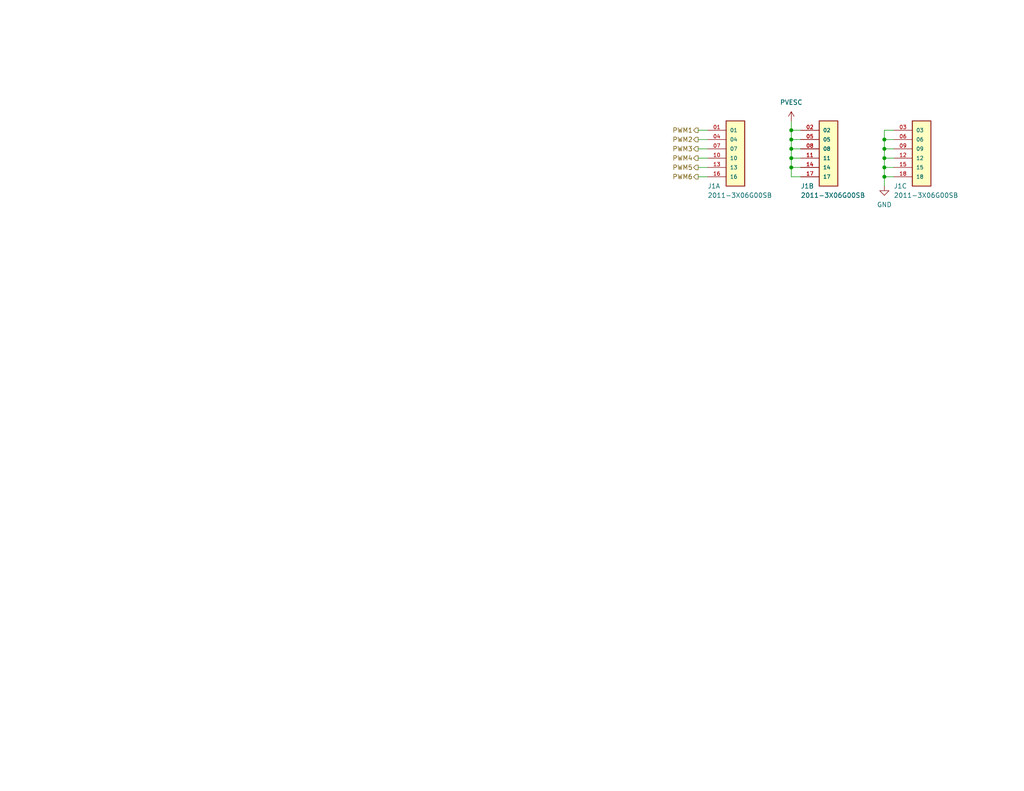
<source format=kicad_sch>
(kicad_sch
	(version 20231120)
	(generator "eeschema")
	(generator_version "8.0")
	(uuid "e7345dbf-4ce3-4214-8bdd-f67965452a87")
	(paper "USLetter")
	(title_block
		(title "ESP32 RC Controller")
		(date "2024-08-28")
		(rev "0")
		(company "Wireless and Control Systems LLC")
		(comment 1 "Dan Tatum")
	)
	(lib_symbols
		(symbol "power:+3.3V"
			(power)
			(pin_numbers hide)
			(pin_names
				(offset 0) hide)
			(exclude_from_sim no)
			(in_bom yes)
			(on_board yes)
			(property "Reference" "#PWR"
				(at 0 -3.81 0)
				(effects
					(font
						(size 1.27 1.27)
					)
					(hide yes)
				)
			)
			(property "Value" "+3.3V"
				(at 0 3.556 0)
				(effects
					(font
						(size 1.27 1.27)
					)
				)
			)
			(property "Footprint" ""
				(at 0 0 0)
				(effects
					(font
						(size 1.27 1.27)
					)
					(hide yes)
				)
			)
			(property "Datasheet" ""
				(at 0 0 0)
				(effects
					(font
						(size 1.27 1.27)
					)
					(hide yes)
				)
			)
			(property "Description" "Power symbol creates a global label with name \"+3.3V\""
				(at 0 0 0)
				(effects
					(font
						(size 1.27 1.27)
					)
					(hide yes)
				)
			)
			(property "ki_keywords" "global power"
				(at 0 0 0)
				(effects
					(font
						(size 1.27 1.27)
					)
					(hide yes)
				)
			)
			(symbol "+3.3V_0_1"
				(polyline
					(pts
						(xy -0.762 1.27) (xy 0 2.54)
					)
					(stroke
						(width 0)
						(type default)
					)
					(fill
						(type none)
					)
				)
				(polyline
					(pts
						(xy 0 0) (xy 0 2.54)
					)
					(stroke
						(width 0)
						(type default)
					)
					(fill
						(type none)
					)
				)
				(polyline
					(pts
						(xy 0 2.54) (xy 0.762 1.27)
					)
					(stroke
						(width 0)
						(type default)
					)
					(fill
						(type none)
					)
				)
			)
			(symbol "+3.3V_1_1"
				(pin power_in line
					(at 0 0 90)
					(length 0)
					(name "~"
						(effects
							(font
								(size 1.27 1.27)
							)
						)
					)
					(number "1"
						(effects
							(font
								(size 1.27 1.27)
							)
						)
					)
				)
			)
		)
		(symbol "power:GND"
			(power)
			(pin_numbers hide)
			(pin_names
				(offset 0) hide)
			(exclude_from_sim no)
			(in_bom yes)
			(on_board yes)
			(property "Reference" "#PWR"
				(at 0 -6.35 0)
				(effects
					(font
						(size 1.27 1.27)
					)
					(hide yes)
				)
			)
			(property "Value" "GND"
				(at 0 -3.81 0)
				(effects
					(font
						(size 1.27 1.27)
					)
				)
			)
			(property "Footprint" ""
				(at 0 0 0)
				(effects
					(font
						(size 1.27 1.27)
					)
					(hide yes)
				)
			)
			(property "Datasheet" ""
				(at 0 0 0)
				(effects
					(font
						(size 1.27 1.27)
					)
					(hide yes)
				)
			)
			(property "Description" "Power symbol creates a global label with name \"GND\" , ground"
				(at 0 0 0)
				(effects
					(font
						(size 1.27 1.27)
					)
					(hide yes)
				)
			)
			(property "ki_keywords" "global power"
				(at 0 0 0)
				(effects
					(font
						(size 1.27 1.27)
					)
					(hide yes)
				)
			)
			(symbol "GND_0_1"
				(polyline
					(pts
						(xy 0 0) (xy 0 -1.27) (xy 1.27 -1.27) (xy 0 -2.54) (xy -1.27 -1.27) (xy 0 -1.27)
					)
					(stroke
						(width 0)
						(type default)
					)
					(fill
						(type none)
					)
				)
			)
			(symbol "GND_1_1"
				(pin power_in line
					(at 0 0 270)
					(length 0)
					(name "~"
						(effects
							(font
								(size 1.27 1.27)
							)
						)
					)
					(number "1"
						(effects
							(font
								(size 1.27 1.27)
							)
						)
					)
				)
			)
		)
		(symbol "proj_library:2011-3X06G00SB"
			(pin_names
				(offset 1.016)
			)
			(exclude_from_sim no)
			(in_bom yes)
			(on_board yes)
			(property "Reference" "J"
				(at -5.334 12.7 0)
				(effects
					(font
						(size 1.27 1.27)
					)
					(justify left)
				)
			)
			(property "Value" "2011-3X06G00SB"
				(at -5.334 10.16 0)
				(effects
					(font
						(size 1.27 1.27)
					)
					(justify left)
				)
			)
			(property "Footprint" "proj_library:2011-3X06G00SB"
				(at 0 -3.81 0)
				(effects
					(font
						(size 1.27 1.27)
					)
					(hide yes)
				)
			)
			(property "Datasheet" ""
				(at -8.89 -1.27 0)
				(effects
					(font
						(size 1.27 1.27)
					)
					(hide yes)
				)
			)
			(property "Description" "PIN HEADER, TRIPLE ROW, 18 PIN, 0.100\" (2.54mm), THROUGH HOLE"
				(at 0 0 0)
				(effects
					(font
						(size 1.27 1.27)
					)
					(hide yes)
				)
			)
			(property "Manufacturer" "Oupiin"
				(at 0 3.81 0)
				(effects
					(font
						(size 1.27 1.27)
					)
					(hide yes)
				)
			)
			(property "ki_keywords" "PIN HEADER, TRIPLE ROW, 18 PIN, 0.100\" (2.54mm), THROUGH HOLE"
				(at 0 0 0)
				(effects
					(font
						(size 1.27 1.27)
					)
					(hide yes)
				)
			)
			(symbol "2011-3X06G00SB_1_0"
				(rectangle
					(start 0 8.89)
					(end 5.08 -8.89)
					(stroke
						(width 0.254)
						(type default)
					)
					(fill
						(type background)
					)
				)
				(pin passive line
					(at -5.08 6.35 0)
					(length 5.08)
					(name "01"
						(effects
							(font
								(size 1.016 1.016)
							)
						)
					)
					(number "01"
						(effects
							(font
								(size 1.016 1.016)
							)
						)
					)
				)
				(pin passive line
					(at -5.08 3.81 0)
					(length 5.08)
					(name "04"
						(effects
							(font
								(size 1.016 1.016)
							)
						)
					)
					(number "04"
						(effects
							(font
								(size 1.016 1.016)
							)
						)
					)
				)
				(pin passive line
					(at -5.08 1.27 0)
					(length 5.08)
					(name "07"
						(effects
							(font
								(size 1.016 1.016)
							)
						)
					)
					(number "07"
						(effects
							(font
								(size 1.016 1.016)
							)
						)
					)
				)
				(pin passive line
					(at -5.08 -1.27 0)
					(length 5.08)
					(name "10"
						(effects
							(font
								(size 1.016 1.016)
							)
						)
					)
					(number "10"
						(effects
							(font
								(size 1.016 1.016)
							)
						)
					)
				)
				(pin passive line
					(at -5.08 -3.81 0)
					(length 5.08)
					(name "13"
						(effects
							(font
								(size 1.016 1.016)
							)
						)
					)
					(number "13"
						(effects
							(font
								(size 1.016 1.016)
							)
						)
					)
				)
				(pin passive line
					(at -5.08 -6.35 0)
					(length 5.08)
					(name "16"
						(effects
							(font
								(size 1.016 1.016)
							)
						)
					)
					(number "16"
						(effects
							(font
								(size 1.016 1.016)
							)
						)
					)
				)
			)
			(symbol "2011-3X06G00SB_2_0"
				(rectangle
					(start 0 8.89)
					(end 5.08 -8.89)
					(stroke
						(width 0.254)
						(type default)
					)
					(fill
						(type background)
					)
				)
				(pin passive line
					(at -5.08 6.35 0)
					(length 5.08)
					(name "02"
						(effects
							(font
								(size 1.016 1.016)
							)
						)
					)
					(number "02"
						(effects
							(font
								(size 1.016 1.016)
							)
						)
					)
				)
				(pin passive line
					(at -5.08 3.81 0)
					(length 5.08)
					(name "05"
						(effects
							(font
								(size 1.016 1.016)
							)
						)
					)
					(number "05"
						(effects
							(font
								(size 1.016 1.016)
							)
						)
					)
				)
				(pin passive line
					(at -5.08 1.27 0)
					(length 5.08)
					(name "08"
						(effects
							(font
								(size 1.016 1.016)
							)
						)
					)
					(number "08"
						(effects
							(font
								(size 1.016 1.016)
							)
						)
					)
				)
				(pin passive line
					(at -5.08 -1.27 0)
					(length 5.08)
					(name "11"
						(effects
							(font
								(size 1.016 1.016)
							)
						)
					)
					(number "11"
						(effects
							(font
								(size 1.016 1.016)
							)
						)
					)
				)
				(pin passive line
					(at -5.08 -3.81 0)
					(length 5.08)
					(name "14"
						(effects
							(font
								(size 1.016 1.016)
							)
						)
					)
					(number "14"
						(effects
							(font
								(size 1.016 1.016)
							)
						)
					)
				)
				(pin passive line
					(at -5.08 -6.35 0)
					(length 5.08)
					(name "17"
						(effects
							(font
								(size 1.016 1.016)
							)
						)
					)
					(number "17"
						(effects
							(font
								(size 1.016 1.016)
							)
						)
					)
				)
			)
			(symbol "2011-3X06G00SB_3_0"
				(rectangle
					(start 0 8.89)
					(end 5.08 -8.89)
					(stroke
						(width 0.254)
						(type default)
					)
					(fill
						(type background)
					)
				)
				(pin passive line
					(at -5.08 6.35 0)
					(length 5.08)
					(name "03"
						(effects
							(font
								(size 1.016 1.016)
							)
						)
					)
					(number "03"
						(effects
							(font
								(size 1.016 1.016)
							)
						)
					)
				)
				(pin passive line
					(at -5.08 3.81 0)
					(length 5.08)
					(name "06"
						(effects
							(font
								(size 1.016 1.016)
							)
						)
					)
					(number "06"
						(effects
							(font
								(size 1.016 1.016)
							)
						)
					)
				)
				(pin passive line
					(at -5.08 1.27 0)
					(length 5.08)
					(name "09"
						(effects
							(font
								(size 1.016 1.016)
							)
						)
					)
					(number "09"
						(effects
							(font
								(size 1.016 1.016)
							)
						)
					)
				)
				(pin passive line
					(at -5.08 -1.27 0)
					(length 5.08)
					(name "12"
						(effects
							(font
								(size 1.016 1.016)
							)
						)
					)
					(number "12"
						(effects
							(font
								(size 1.016 1.016)
							)
						)
					)
				)
				(pin passive line
					(at -5.08 -3.81 0)
					(length 5.08)
					(name "15"
						(effects
							(font
								(size 1.016 1.016)
							)
						)
					)
					(number "15"
						(effects
							(font
								(size 1.016 1.016)
							)
						)
					)
				)
				(pin passive line
					(at -5.08 -6.35 0)
					(length 5.08)
					(name "18"
						(effects
							(font
								(size 1.016 1.016)
							)
						)
					)
					(number "18"
						(effects
							(font
								(size 1.016 1.016)
							)
						)
					)
				)
			)
		)
	)
	(junction
		(at 241.3 48.26)
		(diameter 0)
		(color 0 0 0 0)
		(uuid "07cc98ce-588c-4bb5-ba97-521c79909dd6")
	)
	(junction
		(at 215.9 35.56)
		(diameter 0)
		(color 0 0 0 0)
		(uuid "2ec3bde2-a40b-437f-9e23-b953d97c1dda")
	)
	(junction
		(at 241.3 38.1)
		(diameter 0)
		(color 0 0 0 0)
		(uuid "41cecf41-18e4-40c0-8498-ab6c6ddf4059")
	)
	(junction
		(at 241.3 43.18)
		(diameter 0)
		(color 0 0 0 0)
		(uuid "4eface2e-82df-4664-8a35-8b491286a457")
	)
	(junction
		(at 215.9 43.18)
		(diameter 0)
		(color 0 0 0 0)
		(uuid "61ae88aa-b990-4f3d-8eef-0b3c3662ab57")
	)
	(junction
		(at 215.9 38.1)
		(diameter 0)
		(color 0 0 0 0)
		(uuid "74b27211-2393-4079-958b-ca8e5ad52286")
	)
	(junction
		(at 215.9 40.64)
		(diameter 0)
		(color 0 0 0 0)
		(uuid "c880a869-f07c-4225-9a5e-a06dcf84c521")
	)
	(junction
		(at 241.3 40.64)
		(diameter 0)
		(color 0 0 0 0)
		(uuid "ce4a46aa-4bd7-428b-9703-c2cbd7f80cd4")
	)
	(junction
		(at 241.3 45.72)
		(diameter 0)
		(color 0 0 0 0)
		(uuid "d8508c2d-b79b-4246-b386-53b7376bc0b3")
	)
	(junction
		(at 215.9 45.72)
		(diameter 0)
		(color 0 0 0 0)
		(uuid "f40cf502-e1a2-474e-9cc4-32825c248bc1")
	)
	(wire
		(pts
			(xy 190.5 35.56) (xy 193.04 35.56)
		)
		(stroke
			(width 0)
			(type default)
		)
		(uuid "0123afa1-ba26-4590-870b-c04f02846193")
	)
	(wire
		(pts
			(xy 215.9 35.56) (xy 218.44 35.56)
		)
		(stroke
			(width 0)
			(type default)
		)
		(uuid "08fd0b20-8a48-4691-add4-9a970e73ecd7")
	)
	(wire
		(pts
			(xy 215.9 43.18) (xy 215.9 45.72)
		)
		(stroke
			(width 0)
			(type default)
		)
		(uuid "0ce206f4-eeab-42da-aa19-fb9edb56e108")
	)
	(wire
		(pts
			(xy 215.9 38.1) (xy 218.44 38.1)
		)
		(stroke
			(width 0)
			(type default)
		)
		(uuid "0edaed21-7d7f-4a75-bf2d-3855c9a6e4bd")
	)
	(wire
		(pts
			(xy 215.9 40.64) (xy 215.9 43.18)
		)
		(stroke
			(width 0)
			(type default)
		)
		(uuid "1394fe12-3896-4f45-8a80-ba1c69fb0c11")
	)
	(wire
		(pts
			(xy 190.5 48.26) (xy 193.04 48.26)
		)
		(stroke
			(width 0)
			(type default)
		)
		(uuid "28e1678c-9575-42e8-8d08-44b8c8b8d33a")
	)
	(wire
		(pts
			(xy 215.9 40.64) (xy 218.44 40.64)
		)
		(stroke
			(width 0)
			(type default)
		)
		(uuid "32e788df-d980-42f2-bd9e-ca46b4cff123")
	)
	(wire
		(pts
			(xy 241.3 38.1) (xy 243.84 38.1)
		)
		(stroke
			(width 0)
			(type default)
		)
		(uuid "52df72de-1e38-4168-ae16-80058083d110")
	)
	(wire
		(pts
			(xy 190.5 45.72) (xy 193.04 45.72)
		)
		(stroke
			(width 0)
			(type default)
		)
		(uuid "574ba2b6-c154-4108-966f-13391f7a4840")
	)
	(wire
		(pts
			(xy 215.9 33.02) (xy 215.9 35.56)
		)
		(stroke
			(width 0)
			(type default)
		)
		(uuid "5b3f7f80-e75f-4040-b4f5-720b09fe07eb")
	)
	(wire
		(pts
			(xy 215.9 45.72) (xy 215.9 48.26)
		)
		(stroke
			(width 0)
			(type default)
		)
		(uuid "75992583-604b-4371-a36f-4f774f5c7eb4")
	)
	(wire
		(pts
			(xy 215.9 38.1) (xy 215.9 40.64)
		)
		(stroke
			(width 0)
			(type default)
		)
		(uuid "7b53662f-3803-48e4-bc68-a985876249c7")
	)
	(wire
		(pts
			(xy 190.5 43.18) (xy 193.04 43.18)
		)
		(stroke
			(width 0)
			(type default)
		)
		(uuid "80b1312d-6738-45f2-a3de-5849240c4c9a")
	)
	(wire
		(pts
			(xy 241.3 45.72) (xy 243.84 45.72)
		)
		(stroke
			(width 0)
			(type default)
		)
		(uuid "8c894ff3-cddc-4078-b314-22bb60269fdc")
	)
	(wire
		(pts
			(xy 241.3 48.26) (xy 243.84 48.26)
		)
		(stroke
			(width 0)
			(type default)
		)
		(uuid "8e46e97e-0808-4436-9dd3-c0bb78ec5088")
	)
	(wire
		(pts
			(xy 241.3 43.18) (xy 241.3 45.72)
		)
		(stroke
			(width 0)
			(type default)
		)
		(uuid "9665c8d7-e74d-42c8-98f5-b0764860a234")
	)
	(wire
		(pts
			(xy 241.3 35.56) (xy 243.84 35.56)
		)
		(stroke
			(width 0)
			(type default)
		)
		(uuid "a067639d-a32f-4450-9914-481c756f3b7c")
	)
	(wire
		(pts
			(xy 241.3 40.64) (xy 243.84 40.64)
		)
		(stroke
			(width 0)
			(type default)
		)
		(uuid "b36e60f2-61b4-4bd4-9b9e-6bfb23a17060")
	)
	(wire
		(pts
			(xy 190.5 40.64) (xy 193.04 40.64)
		)
		(stroke
			(width 0)
			(type default)
		)
		(uuid "c5c90e4d-25b8-4160-8a88-4b957fd0b3e7")
	)
	(wire
		(pts
			(xy 241.3 45.72) (xy 241.3 48.26)
		)
		(stroke
			(width 0)
			(type default)
		)
		(uuid "ceb3952e-c480-46fa-9f2d-7c14ae3e3c34")
	)
	(wire
		(pts
			(xy 215.9 45.72) (xy 218.44 45.72)
		)
		(stroke
			(width 0)
			(type default)
		)
		(uuid "d03cad9a-cc69-4d95-a9c0-1ba9b2928733")
	)
	(wire
		(pts
			(xy 190.5 38.1) (xy 193.04 38.1)
		)
		(stroke
			(width 0)
			(type default)
		)
		(uuid "d0dc0e1e-331b-4088-8973-e697c4cd7cf7")
	)
	(wire
		(pts
			(xy 241.3 43.18) (xy 243.84 43.18)
		)
		(stroke
			(width 0)
			(type default)
		)
		(uuid "d21e8439-6939-4281-9f62-fa5989ce2fab")
	)
	(wire
		(pts
			(xy 215.9 48.26) (xy 218.44 48.26)
		)
		(stroke
			(width 0)
			(type default)
		)
		(uuid "d432c21b-0d40-4c3d-a51c-96a056c158a4")
	)
	(wire
		(pts
			(xy 241.3 48.26) (xy 241.3 50.8)
		)
		(stroke
			(width 0)
			(type default)
		)
		(uuid "d8c8f4ee-e5d6-4f5d-926b-74105161448b")
	)
	(wire
		(pts
			(xy 215.9 35.56) (xy 215.9 38.1)
		)
		(stroke
			(width 0)
			(type default)
		)
		(uuid "def1cd17-707e-44f6-ab8d-1d7e909a1c95")
	)
	(wire
		(pts
			(xy 215.9 43.18) (xy 218.44 43.18)
		)
		(stroke
			(width 0)
			(type default)
		)
		(uuid "ea6ff400-c4b3-425f-a6b5-94764a3046cb")
	)
	(wire
		(pts
			(xy 241.3 35.56) (xy 241.3 38.1)
		)
		(stroke
			(width 0)
			(type default)
		)
		(uuid "ed12ea00-bae2-4edd-ad93-ce35b8589b8a")
	)
	(wire
		(pts
			(xy 241.3 40.64) (xy 241.3 43.18)
		)
		(stroke
			(width 0)
			(type default)
		)
		(uuid "f412e7cf-067b-4c1b-97fa-ae6cecab4f92")
	)
	(wire
		(pts
			(xy 241.3 38.1) (xy 241.3 40.64)
		)
		(stroke
			(width 0)
			(type default)
		)
		(uuid "f8e2394d-ac19-4919-bf8f-b3ee0ccc01b5")
	)
	(hierarchical_label "PWM5"
		(shape output)
		(at 190.5 45.72 180)
		(fields_autoplaced yes)
		(effects
			(font
				(size 1.27 1.27)
			)
			(justify right)
		)
		(uuid "002464ff-e430-42af-adc4-bf9c2242d317")
	)
	(hierarchical_label "PWM6"
		(shape output)
		(at 190.5 48.26 180)
		(fields_autoplaced yes)
		(effects
			(font
				(size 1.27 1.27)
			)
			(justify right)
		)
		(uuid "0e13c5eb-07db-494b-8b97-ffc14a0105ff")
	)
	(hierarchical_label "PWM4"
		(shape output)
		(at 190.5 43.18 180)
		(fields_autoplaced yes)
		(effects
			(font
				(size 1.27 1.27)
			)
			(justify right)
		)
		(uuid "51d820c3-3053-4754-978d-b9d49307214c")
	)
	(hierarchical_label "PWM2"
		(shape output)
		(at 190.5 38.1 180)
		(fields_autoplaced yes)
		(effects
			(font
				(size 1.27 1.27)
			)
			(justify right)
		)
		(uuid "790d3ba6-9c34-45a8-b5a6-df0236923780")
	)
	(hierarchical_label "PWM1"
		(shape output)
		(at 190.5 35.56 180)
		(fields_autoplaced yes)
		(effects
			(font
				(size 1.27 1.27)
			)
			(justify right)
		)
		(uuid "ad8a5649-b764-45d2-90e4-ea33ccbb8479")
	)
	(hierarchical_label "PWM3"
		(shape output)
		(at 190.5 40.64 180)
		(fields_autoplaced yes)
		(effects
			(font
				(size 1.27 1.27)
			)
			(justify right)
		)
		(uuid "f7981cd9-5efb-4dd0-8999-3cc86da221b9")
	)
	(symbol
		(lib_id "proj_library:2011-3X06G00SB")
		(at 248.92 41.91 0)
		(unit 3)
		(exclude_from_sim no)
		(in_bom yes)
		(on_board yes)
		(dnp no)
		(uuid "30e62797-ac4b-4e8b-90d6-53a63f12dc16")
		(property "Reference" "J1"
			(at 243.84 50.8 0)
			(effects
				(font
					(size 1.27 1.27)
				)
				(justify left)
			)
		)
		(property "Value" "2011-3X06G00SB"
			(at 243.84 53.34 0)
			(effects
				(font
					(size 1.27 1.27)
				)
				(justify left)
			)
		)
		(property "Footprint" "proj_library:2011-3X06G00SB"
			(at 248.92 45.72 0)
			(effects
				(font
					(size 1.27 1.27)
				)
				(hide yes)
			)
		)
		(property "Datasheet" ""
			(at 240.03 43.18 0)
			(effects
				(font
					(size 1.27 1.27)
				)
				(hide yes)
			)
		)
		(property "Description" "PIN HEADER, TRIPLE ROW, 18 PIN, 0.100\" (2.54mm), THROUGH HOLE"
			(at 248.92 41.91 0)
			(effects
				(font
					(size 1.27 1.27)
				)
				(hide yes)
			)
		)
		(property "Manufacturer" "Oupiin"
			(at 248.92 38.1 0)
			(effects
				(font
					(size 1.27 1.27)
				)
				(hide yes)
			)
		)
		(pin "04"
			(uuid "4d8baa0d-9660-43c9-a8fd-216909099b97")
		)
		(pin "07"
			(uuid "feb84a68-8ee6-4bb1-8017-599e4de890dd")
		)
		(pin "06"
			(uuid "b65285a2-85c5-4e9b-81bf-7044b5c6b609")
		)
		(pin "15"
			(uuid "6c8e02fd-a900-4dd3-aad2-f18b5adfe3a0")
		)
		(pin "17"
			(uuid "898104fb-0168-4bfd-a6e5-c81003860ab9")
		)
		(pin "18"
			(uuid "f401010e-c9c3-4335-9112-f1d80ff8638d")
		)
		(pin "08"
			(uuid "d709283f-8ad8-49a2-96c8-10a072bacbb6")
		)
		(pin "01"
			(uuid "daf7c21f-2285-4a1a-a061-cc0df431974d")
		)
		(pin "11"
			(uuid "af9e9301-f43b-4e5d-9bfe-f14bc60955af")
		)
		(pin "09"
			(uuid "fe299a24-c562-4fd3-825b-d4fa7cfe838a")
		)
		(pin "02"
			(uuid "25c5d506-b2e7-43fe-b603-22a81e210d19")
		)
		(pin "16"
			(uuid "ba52d3ef-4f11-4140-b277-582e874e8f11")
		)
		(pin "03"
			(uuid "0ed5e36d-9a17-42d2-820e-9d0268d4d8b6")
		)
		(pin "13"
			(uuid "fcdff2c8-187a-4594-aa55-811764b21ff4")
		)
		(pin "14"
			(uuid "7ce31a70-7f5d-4df0-8eb4-462d8abccd6d")
		)
		(pin "05"
			(uuid "3ba4668d-fe5f-4c99-a616-92ad8b807f67")
		)
		(pin "12"
			(uuid "5f3233c4-948f-44dc-999f-d71ab0fbe505")
		)
		(pin "10"
			(uuid "e5e5f23f-b22f-45d0-8657-c80e34fe064b")
		)
		(instances
			(project ""
				(path "/b3c6ea11-f6f9-415a-9eb6-9be3a7f25c5c/34c76bf4-0cb9-4400-97cb-a10d9836758c"
					(reference "J1")
					(unit 3)
				)
			)
		)
	)
	(symbol
		(lib_id "proj_library:2011-3X06G00SB")
		(at 198.12 41.91 0)
		(unit 1)
		(exclude_from_sim no)
		(in_bom yes)
		(on_board yes)
		(dnp no)
		(uuid "91384029-31d4-4050-9642-db84b29ac833")
		(property "Reference" "J1"
			(at 193.04 50.8 0)
			(effects
				(font
					(size 1.27 1.27)
				)
				(justify left)
			)
		)
		(property "Value" "2011-3X06G00SB"
			(at 193.04 53.34 0)
			(effects
				(font
					(size 1.27 1.27)
				)
				(justify left)
			)
		)
		(property "Footprint" "proj_library:2011-3X06G00SB"
			(at 198.12 45.72 0)
			(effects
				(font
					(size 1.27 1.27)
				)
				(hide yes)
			)
		)
		(property "Datasheet" ""
			(at 189.23 43.18 0)
			(effects
				(font
					(size 1.27 1.27)
				)
				(hide yes)
			)
		)
		(property "Description" "PIN HEADER, TRIPLE ROW, 18 PIN, 0.100\" (2.54mm), THROUGH HOLE"
			(at 198.12 41.91 0)
			(effects
				(font
					(size 1.27 1.27)
				)
				(hide yes)
			)
		)
		(property "Manufacturer" "Oupiin"
			(at 198.12 38.1 0)
			(effects
				(font
					(size 1.27 1.27)
				)
				(hide yes)
			)
		)
		(pin "04"
			(uuid "4d8baa0d-9660-43c9-a8fd-216909099b98")
		)
		(pin "07"
			(uuid "feb84a68-8ee6-4bb1-8017-599e4de890de")
		)
		(pin "06"
			(uuid "b65285a2-85c5-4e9b-81bf-7044b5c6b60a")
		)
		(pin "15"
			(uuid "6c8e02fd-a900-4dd3-aad2-f18b5adfe3a1")
		)
		(pin "17"
			(uuid "898104fb-0168-4bfd-a6e5-c81003860aba")
		)
		(pin "18"
			(uuid "f401010e-c9c3-4335-9112-f1d80ff8638e")
		)
		(pin "08"
			(uuid "d709283f-8ad8-49a2-96c8-10a072bacbb7")
		)
		(pin "01"
			(uuid "daf7c21f-2285-4a1a-a061-cc0df431974e")
		)
		(pin "11"
			(uuid "af9e9301-f43b-4e5d-9bfe-f14bc60955b0")
		)
		(pin "09"
			(uuid "fe299a24-c562-4fd3-825b-d4fa7cfe838b")
		)
		(pin "02"
			(uuid "25c5d506-b2e7-43fe-b603-22a81e210d1a")
		)
		(pin "16"
			(uuid "ba52d3ef-4f11-4140-b277-582e874e8f12")
		)
		(pin "03"
			(uuid "0ed5e36d-9a17-42d2-820e-9d0268d4d8b7")
		)
		(pin "13"
			(uuid "fcdff2c8-187a-4594-aa55-811764b21ff5")
		)
		(pin "14"
			(uuid "7ce31a70-7f5d-4df0-8eb4-462d8abccd6e")
		)
		(pin "05"
			(uuid "3ba4668d-fe5f-4c99-a616-92ad8b807f68")
		)
		(pin "12"
			(uuid "5f3233c4-948f-44dc-999f-d71ab0fbe506")
		)
		(pin "10"
			(uuid "e5e5f23f-b22f-45d0-8657-c80e34fe064c")
		)
		(instances
			(project ""
				(path "/b3c6ea11-f6f9-415a-9eb6-9be3a7f25c5c/34c76bf4-0cb9-4400-97cb-a10d9836758c"
					(reference "J1")
					(unit 1)
				)
			)
		)
	)
	(symbol
		(lib_id "power:GND")
		(at 241.3 50.8 0)
		(unit 1)
		(exclude_from_sim no)
		(in_bom yes)
		(on_board yes)
		(dnp no)
		(fields_autoplaced yes)
		(uuid "a13731df-a245-41be-bf14-b9f963c43c62")
		(property "Reference" "#PWR010"
			(at 241.3 57.15 0)
			(effects
				(font
					(size 1.27 1.27)
				)
				(hide yes)
			)
		)
		(property "Value" "GND"
			(at 241.3 55.88 0)
			(effects
				(font
					(size 1.27 1.27)
				)
			)
		)
		(property "Footprint" ""
			(at 241.3 50.8 0)
			(effects
				(font
					(size 1.27 1.27)
				)
				(hide yes)
			)
		)
		(property "Datasheet" ""
			(at 241.3 50.8 0)
			(effects
				(font
					(size 1.27 1.27)
				)
				(hide yes)
			)
		)
		(property "Description" "Power symbol creates a global label with name \"GND\" , ground"
			(at 241.3 50.8 0)
			(effects
				(font
					(size 1.27 1.27)
				)
				(hide yes)
			)
		)
		(pin "1"
			(uuid "84712223-a50c-402e-abd3-6cd96ffc5efa")
		)
		(instances
			(project "ESP32-RC_R0"
				(path "/b3c6ea11-f6f9-415a-9eb6-9be3a7f25c5c/34c76bf4-0cb9-4400-97cb-a10d9836758c"
					(reference "#PWR010")
					(unit 1)
				)
			)
		)
	)
	(symbol
		(lib_id "power:+3.3V")
		(at 215.9 33.02 0)
		(unit 1)
		(exclude_from_sim no)
		(in_bom yes)
		(on_board yes)
		(dnp no)
		(fields_autoplaced yes)
		(uuid "cb5bde87-b20c-48bc-80e5-a45820caa940")
		(property "Reference" "#PWR09"
			(at 215.9 36.83 0)
			(effects
				(font
					(size 1.27 1.27)
				)
				(hide yes)
			)
		)
		(property "Value" "PVESC"
			(at 215.9 27.94 0)
			(effects
				(font
					(size 1.27 1.27)
				)
			)
		)
		(property "Footprint" ""
			(at 215.9 33.02 0)
			(effects
				(font
					(size 1.27 1.27)
				)
				(hide yes)
			)
		)
		(property "Datasheet" ""
			(at 215.9 33.02 0)
			(effects
				(font
					(size 1.27 1.27)
				)
				(hide yes)
			)
		)
		(property "Description" ""
			(at 215.9 33.02 0)
			(effects
				(font
					(size 1.27 1.27)
				)
				(hide yes)
			)
		)
		(pin "1"
			(uuid "32941ca4-3be1-4abb-92d0-983cd1703722")
		)
		(instances
			(project "ESP32-RC_R0"
				(path "/b3c6ea11-f6f9-415a-9eb6-9be3a7f25c5c/34c76bf4-0cb9-4400-97cb-a10d9836758c"
					(reference "#PWR09")
					(unit 1)
				)
			)
		)
	)
	(symbol
		(lib_id "proj_library:2011-3X06G00SB")
		(at 223.52 41.91 0)
		(unit 2)
		(exclude_from_sim no)
		(in_bom yes)
		(on_board yes)
		(dnp no)
		(uuid "e45d027e-cf36-4620-acb0-986b9e3c7662")
		(property "Reference" "J1"
			(at 218.44 50.8 0)
			(effects
				(font
					(size 1.27 1.27)
				)
				(justify left)
			)
		)
		(property "Value" "2011-3X06G00SB"
			(at 218.44 53.34 0)
			(effects
				(font
					(size 1.27 1.27)
				)
				(justify left)
			)
		)
		(property "Footprint" "proj_library:2011-3X06G00SB"
			(at 223.52 45.72 0)
			(effects
				(font
					(size 1.27 1.27)
				)
				(hide yes)
			)
		)
		(property "Datasheet" ""
			(at 214.63 43.18 0)
			(effects
				(font
					(size 1.27 1.27)
				)
				(hide yes)
			)
		)
		(property "Description" "PIN HEADER, TRIPLE ROW, 18 PIN, 0.100\" (2.54mm), THROUGH HOLE"
			(at 223.52 41.91 0)
			(effects
				(font
					(size 1.27 1.27)
				)
				(hide yes)
			)
		)
		(property "Manufacturer" "Oupiin"
			(at 223.52 38.1 0)
			(effects
				(font
					(size 1.27 1.27)
				)
				(hide yes)
			)
		)
		(pin "04"
			(uuid "4d8baa0d-9660-43c9-a8fd-216909099b99")
		)
		(pin "07"
			(uuid "feb84a68-8ee6-4bb1-8017-599e4de890df")
		)
		(pin "06"
			(uuid "b65285a2-85c5-4e9b-81bf-7044b5c6b60b")
		)
		(pin "15"
			(uuid "6c8e02fd-a900-4dd3-aad2-f18b5adfe3a2")
		)
		(pin "17"
			(uuid "898104fb-0168-4bfd-a6e5-c81003860abb")
		)
		(pin "18"
			(uuid "f401010e-c9c3-4335-9112-f1d80ff8638f")
		)
		(pin "08"
			(uuid "d709283f-8ad8-49a2-96c8-10a072bacbb8")
		)
		(pin "01"
			(uuid "daf7c21f-2285-4a1a-a061-cc0df431974f")
		)
		(pin "11"
			(uuid "af9e9301-f43b-4e5d-9bfe-f14bc60955b1")
		)
		(pin "09"
			(uuid "fe299a24-c562-4fd3-825b-d4fa7cfe838c")
		)
		(pin "02"
			(uuid "25c5d506-b2e7-43fe-b603-22a81e210d1b")
		)
		(pin "16"
			(uuid "ba52d3ef-4f11-4140-b277-582e874e8f13")
		)
		(pin "03"
			(uuid "0ed5e36d-9a17-42d2-820e-9d0268d4d8b8")
		)
		(pin "13"
			(uuid "fcdff2c8-187a-4594-aa55-811764b21ff6")
		)
		(pin "14"
			(uuid "7ce31a70-7f5d-4df0-8eb4-462d8abccd6f")
		)
		(pin "05"
			(uuid "3ba4668d-fe5f-4c99-a616-92ad8b807f69")
		)
		(pin "12"
			(uuid "5f3233c4-948f-44dc-999f-d71ab0fbe507")
		)
		(pin "10"
			(uuid "e5e5f23f-b22f-45d0-8657-c80e34fe064d")
		)
		(instances
			(project ""
				(path "/b3c6ea11-f6f9-415a-9eb6-9be3a7f25c5c/34c76bf4-0cb9-4400-97cb-a10d9836758c"
					(reference "J1")
					(unit 2)
				)
			)
		)
	)
)

</source>
